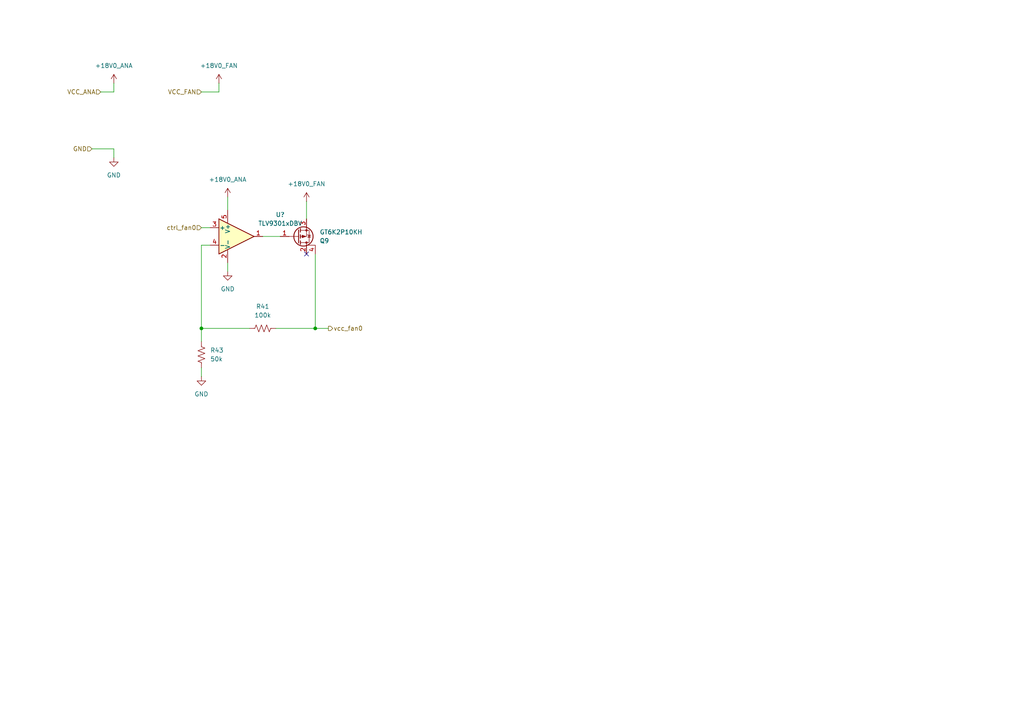
<source format=kicad_sch>
(kicad_sch (version 20231120) (generator "eeschema") (generator_version "8.0")
  (paper "A4")
  (lib_symbols
    (symbol "Amplifier_Operational:TLV9301xDBV" (pin_names (offset 0.127))
      (property "Reference" "U" (at -1.27 6.35 0))
      (property "Value" "TLV9301xDBV" (at -1.27 3.81 0))
      (symbol "TLV9301xDBV_0_1"
        (polyline (pts (xy -5.08 5.08) (xy 5.08 0) (xy -5.08 -5.08) (xy -5.08 5.08)) (stroke (width 0.254)) (fill (type background)))
        (pin power_in line (at -2.54 -7.62 90) (length 3.81) (name "V-") (number "2"))
        (pin power_in line (at -2.54 7.62 270) (length 3.81) (name "V+") (number "5"))
      )
      (symbol "TLV9301xDBV_1_1"
        (pin output line (at 7.62 0 180) (length 2.54) (name "~") (number "1"))
        (pin input line (at -7.62 2.54 0) (length 2.54) (name "+") (number "3"))
        (pin input line (at -7.62 -2.54 0) (length 2.54) (name "-") (number "4"))
      )
    )
    (symbol "Device:Q_PMOS_GDSD" (pin_names (offset 0) hide)
      (property "Reference" "Q" (at 5.08 1.27 0))
      (property "Value" "Q_PMOS_GDSD" (at 5.08 -1.27 0))
      (symbol "Q_PMOS_GDSD_0_1"
        (polyline (pts (xy 0.254 0) (xy -2.54 0)))
        (polyline (pts (xy 0.254 1.905) (xy 0.254 -1.905)) (stroke (width 0.254)))
        (polyline (pts (xy 0.762 -1.27) (xy 0.762 -2.286)) (stroke (width 0.254)))
        (polyline (pts (xy 0.762 0.508) (xy 0.762 -0.508)) (stroke (width 0.254)))
        (polyline (pts (xy 0.762 2.286) (xy 0.762 1.27)) (stroke (width 0.254)))
        (polyline (pts (xy 2.54 -2.54) (xy 2.54 0) (xy 0.762 0)))
        (polyline (pts (xy 5.08 2.54) (xy 2.54 2.54) (xy 2.54 1.778)))
        (polyline (pts (xy 0.762 1.778) (xy 3.302 1.778) (xy 3.302 -1.778) (xy 0.762 -1.778)))
        (polyline (pts (xy 2.286 0) (xy 1.27 0.381) (xy 1.27 -0.381) (xy 2.286 0)) (fill (type outline)))
        (polyline (pts (xy 2.794 -0.508) (xy 2.921 -0.381) (xy 3.683 -0.381) (xy 3.81 -0.254)))
        (polyline (pts (xy 3.302 -0.381) (xy 2.921 0.254) (xy 3.683 0.254) (xy 3.302 -0.381)))
        (circle (center 1.651 0) (radius 2.794) (stroke (width 0.254)))
        (circle (center 2.54 -1.778) (radius 0.254) (fill (type outline)))
        (circle (center 2.54 1.778) (radius 0.254) (fill (type outline)))
      )
      (symbol "Q_PMOS_GDSD_1_1"
        (pin input line (at -5.08 0 0) (length 2.54) (name "G") (number "1"))
        (pin passive line (at 2.54 5.08 270) (length 2.54) (name "D") (number "2"))
        (pin passive line (at 2.54 -5.08 90) (length 2.54) (name "S") (number "3"))
        (pin passive line (at 5.08 5.08 270) (length 2.54) (name "D") (number "4"))
      )
    )
    (symbol "Device:R_US" (pin_numbers hide) (pin_names (offset 0))
      (property "Reference" "R" (at 2.54 0 90))
      (property "Value" "R_US" (at -2.54 0 90))
      (symbol "R_US_0_1"
        (polyline (pts (xy 0 -2.286) (xy 0 -2.54)))
        (polyline (pts (xy 0 2.286) (xy 0 2.54)))
        (polyline (pts (xy 0 -0.762) (xy 1.016 -1.143) (xy 0 -1.524) (xy -1.016 -1.905) (xy 0 -2.286)))
        (polyline (pts (xy 0 0.762) (xy 1.016 0.381) (xy 0 0) (xy -1.016 -0.381) (xy 0 -0.762)))
        (polyline (pts (xy 0 2.286) (xy 1.016 1.905) (xy 0 1.524) (xy -1.016 1.143) (xy 0 0.762)))
      )
      (symbol "R_US_1_1"
        (pin passive line (at 0 3.81 270) (length 1.27) (name "~") (number "1"))
        (pin passive line (at 0 -3.81 90) (length 1.27) (name "~") (number "2"))
      )
    )
    (symbol "power:+1V0" (power) (pin_numbers hide) (pin_names (offset 0) hide)
      (property "Value" "+1V0" (at 0 3.556 0))
      (symbol "+1V0_0_1"
        (polyline (pts (xy -0.762 1.27) (xy 0 2.54)))
        (polyline (pts (xy 0 0) (xy 0 2.54)))
        (polyline (pts (xy 0 2.54) (xy 0.762 1.27)))
      )
      (symbol "+1V0_1_1"
        (pin power_in line (at 0 0 90) (length 0) (name "~") (number "1"))
      )
    )
    (symbol "power:GND" (power) (pin_numbers hide) (pin_names (offset 0) hide)
      (property "Value" "GND" (at 0 -3.81 0))
      (symbol "GND_0_1"
        (polyline (pts (xy 0 0) (xy 0 -1.27) (xy 1.27 -1.27) (xy 0 -2.54) (xy -1.27 -1.27) (xy 0 -1.27)))
      )
      (symbol "GND_1_1"
        (pin power_in line (at 0 0 270) (length 0) (name "~") (number "1"))
      )
    )
  )
  (junction (at 91.44 95.25))
  (junction (at 58.42 95.25))
  (no_connect (at 88.9 73.66))
  (wire (pts (xy 58.42 95.25) (xy 72.39 95.25)))
  (wire (pts (xy 76.2 68.58) (xy 81.28 68.58)))
  (wire (pts (xy 26.67 43.18) (xy 33.02 43.18)))
  (wire (pts (xy 58.42 26.67) (xy 63.5 26.67)))
  (wire (pts (xy 60.96 71.12) (xy 58.42 71.12)))
  (wire (pts (xy 80.01 95.25) (xy 91.44 95.25)))
  (wire (pts (xy 58.42 71.12) (xy 58.42 95.25)))
  (wire (pts (xy 88.9 58.42) (xy 88.9 63.5)))
  (wire (pts (xy 29.21 26.67) (xy 33.02 26.67)))
  (wire (pts (xy 58.42 66.04) (xy 60.96 66.04)))
  (wire (pts (xy 58.42 95.25) (xy 58.42 99.06)))
  (wire (pts (xy 33.02 24.13) (xy 33.02 26.67)))
  (wire (pts (xy 58.42 106.68) (xy 58.42 109.22)))
  (wire (pts (xy 91.44 95.25) (xy 95.25 95.25)))
  (wire (pts (xy 66.04 76.2) (xy 66.04 78.74)))
  (wire (pts (xy 33.02 45.72) (xy 33.02 43.18)))
  (wire (pts (xy 63.5 24.13) (xy 63.5 26.67)))
  (wire (pts (xy 91.44 73.66) (xy 91.44 95.25)))
  (wire (pts (xy 66.04 57.15) (xy 66.04 60.96)))
  (hierarchical_label "GND" (shape input) (at 26.67 43.18 180))
  (hierarchical_label "VCC_ANA" (shape input) (at 29.21 26.67 180))
  (hierarchical_label "ctrl_fan0" (shape input) (at 58.42 66.04 180))
  (hierarchical_label "VCC_FAN" (shape input) (at 58.42 26.67 180))
  (hierarchical_label "vcc_fan0" (shape output) (at 95.25 95.25 0))
  (symbol (lib_id "power:GND") (at 66.04 78.74 0) (unit 1)
    (property "Reference" "#PWR06" (effects (hide yes)))
    (property "Value" "GND" (at 66.04 83.82 0))
    (property "Description" "Power symbol creates a global label with name \"GND\" , ground" (effects (hide yes)))
  )
  (symbol (lib_id "Device:R_US") (at 76.2 95.25 90) (unit 1)
    (property "Reference" "R41" (at 76.2 88.9 90))
    (property "Value" "100k" (at 76.2 91.44 90))
    (property "Description" "Resistor, US symbol" (effects (hide yes)))
  )
  (symbol (lib_id "Device:Q_PMOS_GDSD") (at 86.36 68.58 0) (mirror x) (unit 1)
    (property "Reference" "Q17" (at 92.71 69.8501 0) (effects (justify left)))
    (property "Value" "GT6K2P10KH" (at 92.71 67.3101 0) (effects (justify left)))
    (property "Description" "P-MOSFET transistor, gate/drain/source, drain connected to mounting plane" (effects (hide yes)))
    (instances (project "" (path "" (reference "Q9") (unit 1))))
  )
  (symbol (lib_id "power:GND") (at 58.42 109.22 0) (unit 1)
    (property "Reference" "#PWR027" (effects (hide yes)))
    (property "Value" "GND" (at 58.42 114.3 0))
    (property "Description" "Power symbol creates a global label with name \"GND\" , ground" (effects (hide yes)))
  )
  (symbol (lib_id "power:GND") (at 33.02 45.72 0) (unit 1)
    (property "Reference" "#PWR026" (effects (hide yes)))
    (property "Value" "GND" (at 33.02 50.8 0))
    (property "Description" "Power symbol creates a global label with name \"GND\" , ground" (effects (hide yes)))
    (instances (project "" (path "" (reference "#PWR025") (unit 1))))
  )
  (symbol (lib_id "Device:R_US") (at 58.42 102.87 180) (unit 1)
    (property "Reference" "R43" (at 60.96 101.5999 0) (effects (justify right)))
    (property "Value" "50k" (at 60.96 104.1399 0) (effects (justify right)))
    (property "Description" "Resistor, US symbol" (effects (hide yes)))
  )
  (symbol (lib_id "Amplifier_Operational:TLV9301xDBV") (at 68.58 68.58 0) (unit 1)
    (property "Reference" "U?" (at 81.28 62.2614 0))
    (property "Value" "TLV9301xDBV" (at 81.28 64.8014 0))
    (property "Footprint" "Package_TO_SOT_SMD:SOT-23-5" (effects (hide yes)))
    (property "Datasheet" "https://www.ti.com/lit/ds/symlink/tlv9301.pdf" (effects (hide yes)))
    (property "Description" "40-V, 1-MHz, RRO Operational Amplifiers for Cost-Sensitive Systems, SOT-23-5" (effects (hide yes)))
  )
  (symbol (lib_id "power:+1V0") (at 66.04 57.15 0) (unit 1)
    (property "Reference" "#PWR07" (effects (hide yes)))
    (property "Value" "+18V0_ANA" (at 66.04 52.07 0))
    (property "Description" "Power symbol creates a global label with name \"+1V0\"" (effects (hide yes)))
  )
  (symbol (lib_id "power:+1V0") (at 88.9 58.42 0) (unit 1)
    (property "Reference" "#PWR05" (effects (hide yes)))
    (property "Value" "+18V0_FAN" (at 88.9 53.34 0))
    (property "Description" "Power symbol creates a global label with name \"+1V0\"" (effects (hide yes)))
  )
  (symbol (lib_id "power:+1V0") (at 63.5 24.13 0) (unit 1)
    (property "Reference" "#PWR09" (effects (hide yes)))
    (property "Value" "+18V0_FAN" (at 63.5 19.05 0))
    (property "Description" "Power symbol creates a global label with name \"+1V0\"" (effects (hide yes)))
  )
  (symbol (lib_id "power:+1V0") (at 33.02 24.13 0) (unit 1)
    (property "Reference" "#PWR021" (effects (hide yes)))
    (property "Value" "+18V0_ANA" (at 33.02 19.05 0))
    (property "Description" "Power symbol creates a global label with name \"+1V0\"" (effects (hide yes)))
  )
)
</source>
